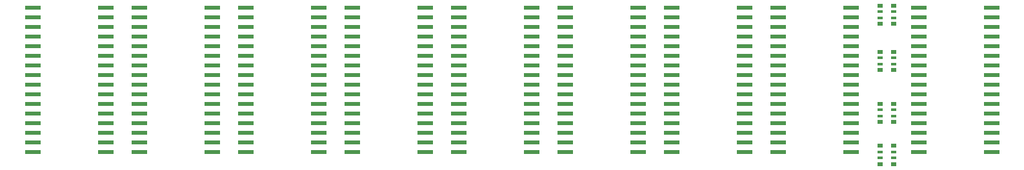
<source format=gtp>
G04 #@! TF.GenerationSoftware,KiCad,Pcbnew,(6.0.0)*
G04 #@! TF.CreationDate,2022-01-26T20:37:23-08:00*
G04 #@! TF.ProjectId,M919_cache,4d393139-5f63-4616-9368-652e6b696361,rev?*
G04 #@! TF.SameCoordinates,Original*
G04 #@! TF.FileFunction,Paste,Top*
G04 #@! TF.FilePolarity,Positive*
%FSLAX46Y46*%
G04 Gerber Fmt 4.6, Leading zero omitted, Abs format (unit mm)*
G04 Created by KiCad (PCBNEW (6.0.0)) date 2022-01-26 20:37:23*
%MOMM*%
%LPD*%
G01*
G04 APERTURE LIST*
%ADD10R,0.800000X0.500000*%
%ADD11R,0.800000X0.400000*%
%ADD12R,2.159000X0.508000*%
G04 APERTURE END LIST*
D10*
X231670000Y-110350000D03*
D11*
X231670000Y-109550000D03*
X231670000Y-108750000D03*
D10*
X231670000Y-107950000D03*
X229870000Y-107950000D03*
D11*
X229870000Y-108750000D03*
X229870000Y-109550000D03*
D10*
X229870000Y-110350000D03*
D12*
X118694200Y-95250000D03*
X118694200Y-96520000D03*
X118694200Y-97790000D03*
X118694200Y-99060000D03*
X118694200Y-100330000D03*
X118694200Y-101600000D03*
X118694200Y-102870000D03*
X118694200Y-104140000D03*
X118694200Y-105410000D03*
X118694200Y-106680000D03*
X118694200Y-107950000D03*
X118694200Y-109220000D03*
X118694200Y-110490000D03*
X118694200Y-111760000D03*
X118694200Y-113030000D03*
X118694200Y-114300000D03*
X128270000Y-114300000D03*
X128270000Y-113030000D03*
X128270000Y-111760000D03*
X128270000Y-110490000D03*
X128270000Y-109220000D03*
X128270000Y-107950000D03*
X128270000Y-106680000D03*
X128270000Y-105410000D03*
X128270000Y-104140000D03*
X128270000Y-102870000D03*
X128270000Y-101600000D03*
X128270000Y-100330000D03*
X128270000Y-99060000D03*
X128270000Y-97790000D03*
X128270000Y-96520000D03*
X128270000Y-95250000D03*
X132664200Y-95250000D03*
X132664200Y-96520000D03*
X132664200Y-97790000D03*
X132664200Y-99060000D03*
X132664200Y-100330000D03*
X132664200Y-101600000D03*
X132664200Y-102870000D03*
X132664200Y-104140000D03*
X132664200Y-105410000D03*
X132664200Y-106680000D03*
X132664200Y-107950000D03*
X132664200Y-109220000D03*
X132664200Y-110490000D03*
X132664200Y-111760000D03*
X132664200Y-113030000D03*
X132664200Y-114300000D03*
X142240000Y-114300000D03*
X142240000Y-113030000D03*
X142240000Y-111760000D03*
X142240000Y-110490000D03*
X142240000Y-109220000D03*
X142240000Y-107950000D03*
X142240000Y-106680000D03*
X142240000Y-105410000D03*
X142240000Y-104140000D03*
X142240000Y-102870000D03*
X142240000Y-101600000D03*
X142240000Y-100330000D03*
X142240000Y-99060000D03*
X142240000Y-97790000D03*
X142240000Y-96520000D03*
X142240000Y-95250000D03*
X146634200Y-95250000D03*
X146634200Y-96520000D03*
X146634200Y-97790000D03*
X146634200Y-99060000D03*
X146634200Y-100330000D03*
X146634200Y-101600000D03*
X146634200Y-102870000D03*
X146634200Y-104140000D03*
X146634200Y-105410000D03*
X146634200Y-106680000D03*
X146634200Y-107950000D03*
X146634200Y-109220000D03*
X146634200Y-110490000D03*
X146634200Y-111760000D03*
X146634200Y-113030000D03*
X146634200Y-114300000D03*
X156210000Y-114300000D03*
X156210000Y-113030000D03*
X156210000Y-111760000D03*
X156210000Y-110490000D03*
X156210000Y-109220000D03*
X156210000Y-107950000D03*
X156210000Y-106680000D03*
X156210000Y-105410000D03*
X156210000Y-104140000D03*
X156210000Y-102870000D03*
X156210000Y-101600000D03*
X156210000Y-100330000D03*
X156210000Y-99060000D03*
X156210000Y-97790000D03*
X156210000Y-96520000D03*
X156210000Y-95250000D03*
X160604200Y-95250000D03*
X160604200Y-96520000D03*
X160604200Y-97790000D03*
X160604200Y-99060000D03*
X160604200Y-100330000D03*
X160604200Y-101600000D03*
X160604200Y-102870000D03*
X160604200Y-104140000D03*
X160604200Y-105410000D03*
X160604200Y-106680000D03*
X160604200Y-107950000D03*
X160604200Y-109220000D03*
X160604200Y-110490000D03*
X160604200Y-111760000D03*
X160604200Y-113030000D03*
X160604200Y-114300000D03*
X170180000Y-114300000D03*
X170180000Y-113030000D03*
X170180000Y-111760000D03*
X170180000Y-110490000D03*
X170180000Y-109220000D03*
X170180000Y-107950000D03*
X170180000Y-106680000D03*
X170180000Y-105410000D03*
X170180000Y-104140000D03*
X170180000Y-102870000D03*
X170180000Y-101600000D03*
X170180000Y-100330000D03*
X170180000Y-99060000D03*
X170180000Y-97790000D03*
X170180000Y-96520000D03*
X170180000Y-95250000D03*
X174574200Y-95250000D03*
X174574200Y-96520000D03*
X174574200Y-97790000D03*
X174574200Y-99060000D03*
X174574200Y-100330000D03*
X174574200Y-101600000D03*
X174574200Y-102870000D03*
X174574200Y-104140000D03*
X174574200Y-105410000D03*
X174574200Y-106680000D03*
X174574200Y-107950000D03*
X174574200Y-109220000D03*
X174574200Y-110490000D03*
X174574200Y-111760000D03*
X174574200Y-113030000D03*
X174574200Y-114300000D03*
X184150000Y-114300000D03*
X184150000Y-113030000D03*
X184150000Y-111760000D03*
X184150000Y-110490000D03*
X184150000Y-109220000D03*
X184150000Y-107950000D03*
X184150000Y-106680000D03*
X184150000Y-105410000D03*
X184150000Y-104140000D03*
X184150000Y-102870000D03*
X184150000Y-101600000D03*
X184150000Y-100330000D03*
X184150000Y-99060000D03*
X184150000Y-97790000D03*
X184150000Y-96520000D03*
X184150000Y-95250000D03*
X202514200Y-95250000D03*
X202514200Y-96520000D03*
X202514200Y-97790000D03*
X202514200Y-99060000D03*
X202514200Y-100330000D03*
X202514200Y-101600000D03*
X202514200Y-102870000D03*
X202514200Y-104140000D03*
X202514200Y-105410000D03*
X202514200Y-106680000D03*
X202514200Y-107950000D03*
X202514200Y-109220000D03*
X202514200Y-110490000D03*
X202514200Y-111760000D03*
X202514200Y-113030000D03*
X202514200Y-114300000D03*
X212090000Y-114300000D03*
X212090000Y-113030000D03*
X212090000Y-111760000D03*
X212090000Y-110490000D03*
X212090000Y-109220000D03*
X212090000Y-107950000D03*
X212090000Y-106680000D03*
X212090000Y-105410000D03*
X212090000Y-104140000D03*
X212090000Y-102870000D03*
X212090000Y-101600000D03*
X212090000Y-100330000D03*
X212090000Y-99060000D03*
X212090000Y-97790000D03*
X212090000Y-96520000D03*
X212090000Y-95250000D03*
X216484200Y-95250000D03*
X216484200Y-96520000D03*
X216484200Y-97790000D03*
X216484200Y-99060000D03*
X216484200Y-100330000D03*
X216484200Y-101600000D03*
X216484200Y-102870000D03*
X216484200Y-104140000D03*
X216484200Y-105410000D03*
X216484200Y-106680000D03*
X216484200Y-107950000D03*
X216484200Y-109220000D03*
X216484200Y-110490000D03*
X216484200Y-111760000D03*
X216484200Y-113030000D03*
X216484200Y-114300000D03*
X226060000Y-114300000D03*
X226060000Y-113030000D03*
X226060000Y-111760000D03*
X226060000Y-110490000D03*
X226060000Y-109220000D03*
X226060000Y-107950000D03*
X226060000Y-106680000D03*
X226060000Y-105410000D03*
X226060000Y-104140000D03*
X226060000Y-102870000D03*
X226060000Y-101600000D03*
X226060000Y-100330000D03*
X226060000Y-99060000D03*
X226060000Y-97790000D03*
X226060000Y-96520000D03*
X226060000Y-95250000D03*
X234950000Y-95250000D03*
X234950000Y-96520000D03*
X234950000Y-97790000D03*
X234950000Y-99060000D03*
X234950000Y-100330000D03*
X234950000Y-101600000D03*
X234950000Y-102870000D03*
X234950000Y-104140000D03*
X234950000Y-105410000D03*
X234950000Y-106680000D03*
X234950000Y-107950000D03*
X234950000Y-109220000D03*
X234950000Y-110490000D03*
X234950000Y-111760000D03*
X234950000Y-113030000D03*
X234950000Y-114300000D03*
X244525800Y-114300000D03*
X244525800Y-113030000D03*
X244525800Y-111760000D03*
X244525800Y-110490000D03*
X244525800Y-109220000D03*
X244525800Y-107950000D03*
X244525800Y-106680000D03*
X244525800Y-105410000D03*
X244525800Y-104140000D03*
X244525800Y-102870000D03*
X244525800Y-101600000D03*
X244525800Y-100330000D03*
X244525800Y-99060000D03*
X244525800Y-97790000D03*
X244525800Y-96520000D03*
X244525800Y-95250000D03*
X188544200Y-95250000D03*
X188544200Y-96520000D03*
X188544200Y-97790000D03*
X188544200Y-99060000D03*
X188544200Y-100330000D03*
X188544200Y-101600000D03*
X188544200Y-102870000D03*
X188544200Y-104140000D03*
X188544200Y-105410000D03*
X188544200Y-106680000D03*
X188544200Y-107950000D03*
X188544200Y-109220000D03*
X188544200Y-110490000D03*
X188544200Y-111760000D03*
X188544200Y-113030000D03*
X188544200Y-114300000D03*
X198120000Y-114300000D03*
X198120000Y-113030000D03*
X198120000Y-111760000D03*
X198120000Y-110490000D03*
X198120000Y-109220000D03*
X198120000Y-107950000D03*
X198120000Y-106680000D03*
X198120000Y-105410000D03*
X198120000Y-104140000D03*
X198120000Y-102870000D03*
X198120000Y-101600000D03*
X198120000Y-100330000D03*
X198120000Y-99060000D03*
X198120000Y-97790000D03*
X198120000Y-96520000D03*
X198120000Y-95250000D03*
D10*
X231670000Y-103492000D03*
D11*
X231670000Y-102692000D03*
X231670000Y-101892000D03*
D10*
X231670000Y-101092000D03*
X229870000Y-101092000D03*
D11*
X229870000Y-101892000D03*
X229870000Y-102692000D03*
D10*
X229870000Y-103492000D03*
X231670000Y-115900000D03*
D11*
X231670000Y-115100000D03*
X231670000Y-114300000D03*
D10*
X231670000Y-113500000D03*
X229870000Y-113500000D03*
D11*
X229870000Y-114300000D03*
X229870000Y-115100000D03*
D10*
X229870000Y-115900000D03*
X231670000Y-97396000D03*
D11*
X231670000Y-96596000D03*
X231670000Y-95796000D03*
D10*
X231670000Y-94996000D03*
X229870000Y-94996000D03*
D11*
X229870000Y-95796000D03*
X229870000Y-96596000D03*
D10*
X229870000Y-97396000D03*
M02*

</source>
